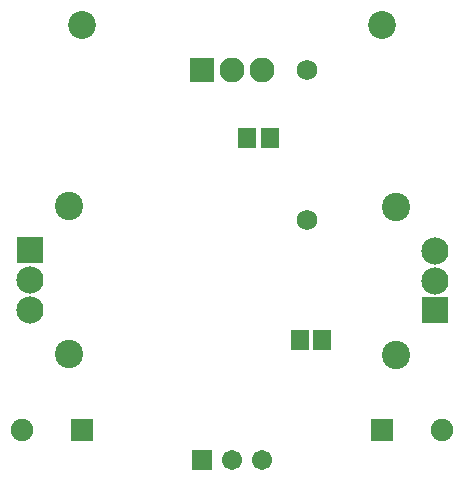
<source format=gbr>
G04 DipTrace 3.0.0.2*
G04 BottomMask.gbr*
%MOIN*%
G04 #@! TF.FileFunction,Soldermask,Bot*
G04 #@! TF.Part,Single*
%ADD34C,0.093*%
%ADD35C,0.094488*%
%ADD44C,0.090677*%
%ADD46R,0.090677X0.090677*%
%ADD50C,0.068*%
%ADD52C,0.068*%
%ADD56C,0.082803*%
%ADD58R,0.082803X0.082803*%
%ADD60C,0.074929*%
%ADD62R,0.074929X0.074929*%
%ADD64C,0.067055*%
%ADD66R,0.067055X0.067055*%
%ADD70R,0.059181X0.067055*%
%FSLAX26Y26*%
G04*
G70*
G90*
G75*
G01*
G04 BotMask*
%LPD*%
D70*
X1544000Y869000D3*
X1469197D3*
X1369000Y1544000D3*
X1294197D3*
D34*
X1744000Y1919000D3*
X744000D3*
D66*
X1144000Y469000D3*
D64*
X1244000D3*
X1344000D3*
D62*
X1744000Y569000D3*
D60*
X1944000D3*
D62*
X744000D3*
D60*
X544000D3*
D58*
X1144000Y1769000D3*
D56*
X1244000D3*
X1344000D3*
D52*
X1494000D3*
D50*
Y1269000D3*
D46*
X1919000Y969000D3*
D44*
Y1165850D3*
Y1067425D3*
D35*
X1789079Y1315457D3*
Y819394D3*
D46*
X569000Y1169000D3*
D44*
Y972150D3*
Y1070575D3*
D35*
X698921Y822543D3*
Y1318606D3*
M02*

</source>
